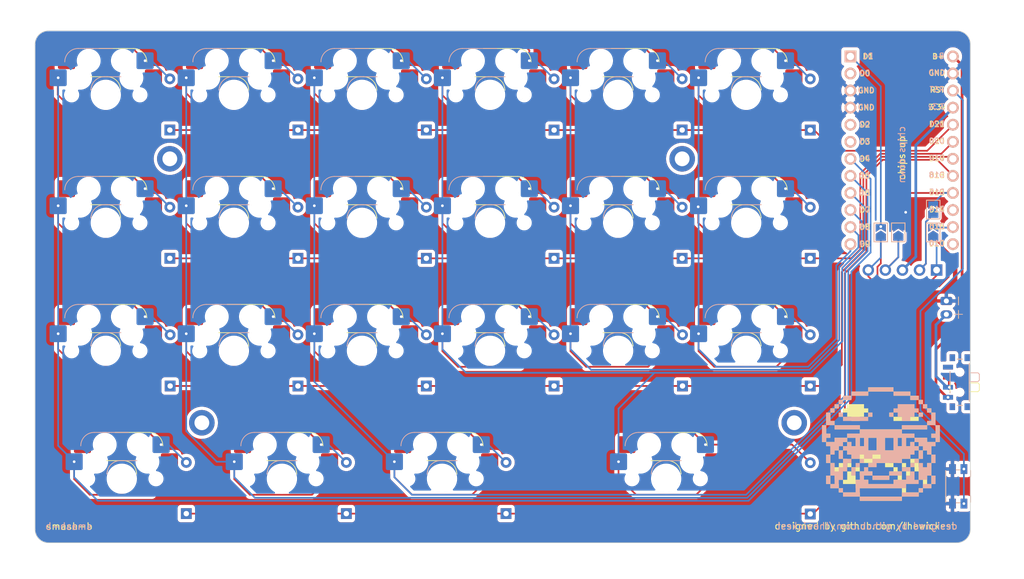
<source format=kicad_pcb>
(kicad_pcb (version 20221018) (generator pcbnew)
  (layers (0 "F.Cu" signal) (31 "B.Cu" signal) (34 "B.Paste" user) (35 "F.Paste" user) (36 "B.SilkS" user "B.Silkscreen") (37 "F.SilkS" user "F.Silkscreen") (38 "B.Mask" user) (39 "F.Mask" user) (44 "Edge.Cuts" user))
  (net 0 "")
  (net 1 "Row1")
  (net 2 "Net-(D1-A)")
  (net 3 "Net-(D2-A)")
  (net 4 "Net-(D3-A)")
  (net 5 "Net-(D4-A)")
  (net 6 "Net-(D5-A)")
  (net 7 "Net-(D6-A)")
  (net 8 "Row2")
  (net 9 "Net-(D7-A)")
  (net 10 "Net-(D8-A)")
  (net 11 "Net-(D9-A)")
  (net 12 "Net-(D10-A)")
  (net 13 "Net-(D11-A)")
  (net 14 "Net-(D12-A)")
  (net 15 "Row3")
  (net 16 "Net-(D13-A)")
  (net 17 "Net-(D14-A)")
  (net 18 "Net-(D15-A)")
  (net 19 "Net-(D16-A)")
  (net 20 "Net-(D17-A)")
  (net 21 "Net-(D18-A)")
  (net 22 "Row4")
  (net 23 "Net-(D19-A)")
  (net 24 "Net-(D20-A)")
  (net 25 "Column1")
  (net 26 "Column2")
  (net 27 "Column3")
  (net 28 "Column4")
  (net 29 "Column5")
  (net 30 "Column6")
  (net 31 "Net-(JST1-VCC)")
  (net 32 "VCC")
  (net 36 "Net-(D21-A)")
  (net 37 "Net-(D22-A)")
  (net 38 "CS")
  (net 39 "SCK")
  (net 41 "MOSI")
  (net 43 "Net-(J1-CS)")
  (net 44 "Net-(J1-GND)")
  (net 45 "Net-(J1-SCK)")
  (net 46 "Net-(J1-MOSI)")
  (net 47 "RST")
  (net 48 "B+")
  (net 50 "unconnected-(SW3-A-Pad1)")
  (net 51 "GND")
  (footprint "MountingHole:MountingHole_2.2mm_M2_DIN965_Pad" (layer "F.Cu") (at 194.6275 112.633125)
    (fp_text reference "REF**" hide)
    (fp_text value "MountingHole_2.2mm_M2_DIN965_Pad" hide)
  )
  (footprint "ScottoKeebs_Hotswap:Hotswap_MX" (layer "F.Cu") (at 92.23375 63.8175)
    (fp_text reference "S1" hide)
    (fp_text value "Keyswitch")
  )
  (footprint "Jumper:SolderJumper-2_P1.3mm_Open_TrianglePad1.0x1.5mm" (layer "F.Cu") (at 215.3 80.9 90)
    (fp_text reference "JP2" hide)
    (fp_text value "SolderJumper_2_Open" hide)
  )
  (footprint "ScottoKeebs_Hotswap:Hotswap_MX" (layer "F.Cu") (at 130.33375 63.8175)
    (fp_text reference "S3" hide)
    (fp_text value "Keyswitch")
  )
  (footprint "Jumper:SolderJumper-2_P1.3mm_Open_TrianglePad1.0x1.5mm" (layer "F.Cu") (at 207.5 84.3 90)
    (fp_text reference "JP1" hide)
    (fp_text value "SolderJumper_2_Open" hide)
  )
  (footprint "ScottoKeebs_Hotswap:Hotswap_MX" (layer "F.Cu") (at 175.5775 120.9675)
    (fp_text reference "S22" hide)
    (fp_text value "Keyswitch")
  )
  (footprint "ScottoKeebs_Hotswap:Hotswap_MX" (layer "F.Cu") (at 187.48375 82.8675)
    (fp_text reference "S12" hide)
    (fp_text value "Keyswitch")
  )
  (footprint "Jumper:SolderJumper-2_P1.3mm_Open_TrianglePad1.0x1.5mm" (layer "F.Cu") (at 215.3 84.3 90)
    (fp_text reference "JP5" hide)
    (fp_text value "SolderJumper_2_Open" hide)
  )
  (footprint "ScottoKeebs_Hotswap:Hotswap_MX" (layer "F.Cu") (at 130.33375 82.8675)
    (fp_text reference "S9" hide)
    (fp_text value "Keyswitch")
  )
  (footprint "ScottoKeebs_Hotswap:Hotswap_MX" (layer "F.Cu") (at 111.28375 101.9175)
    (fp_text reference "S14" hide)
    (fp_text value "Keyswitch")
  )
  (footprint "ScottoKeebs_Hotswap:Hotswap_MX" (layer "F.Cu") (at 94.615 120.9675)
    (fp_text reference "S19" hide)
    (fp_text value "Keyswitch")
  )
  (footprint "ScottoKeebs_Hotswap:Hotswap_MX" (layer "F.Cu") (at 92.23375 82.8675)
    (fp_text reference "S7" hide)
    (fp_text value "Keyswitch")
  )
  (footprint "ScottoKeebs_Hotswap:Hotswap_MX" (layer "F.Cu") (at 111.28375 63.8175)
    (fp_text reference "S2" hide)
    (fp_text value "Keyswitch")
  )
  (footprint "ScottoKeebs_Hotswap:Hotswap_MX" (layer "F.Cu") (at 149.38375 82.8675)
    (fp_text reference "S10" hide)
    (fp_text value "Keyswitch")
  )
  (footprint "Button_Switch_SMD:Panasonic_EVQPUK_EVQPUB" (layer "F.Cu") (at 219.00875 122.0925 -90)
    (fp_text reference "SW2" hide)
    (fp_text value "SW_Push" hide)
  )
  (footprint "Button_Switch_SMD:SW_SPDT_PCM12" (layer "F.Cu") (at 218.925 106.6 90)
    (fp_text reference "SW1" hide)
    (fp_text value "SW_SPDT")
  )
  (footprint "MountingHole:MountingHole_2.2mm_M2_DIN965_Pad" (layer "F.Cu") (at 177.95875 73.3425)
    (fp_text reference "REF**" hide)
    (fp_text value "MountingHole_2.2mm_M2_DIN965_Pad" hide)
  )
  (footprint "ScottoKeebs_Hotswap:Hotswap_MX" (layer "F.Cu") (at 118.4275 120.9675)
    (fp_text reference "S20" hide)
    (fp_text value "Keyswitch")
  )
  (footprint "ScottoKeebs_Hotswap:Hotswap_MX" (layer "F.Cu") (at 92.23375 101.9175)
    (fp_text reference "S13" hide)
    (fp_text value "Keyswitch")
  )
  (footprint "ScottoKeebs_Hotswap:Hotswap_MX" (layer "F.Cu") (at 168.43375 63.8175)
    (fp_text reference "S5" hide)
    (fp_text value "Keyswitch")
  )
  (footprint "Jumper:SolderJumper-2_P1.3mm_Open_TrianglePad1.0x1.5mm" (layer "F.Cu") (at 210.1 84.3 90)
    (fp_text reference "JP4" hide)
    (fp_text value "SolderJumper_2_Open" hide)
  )
  (footprint "Connector_JST:JST_PH_S2B-PH-K_1x02_P2.00mm_Horizontal" (layer "F.Cu") (at 217.25 94.5 -90)
    (fp_text reference "JST1" hide)
    (fp_text value "~")
  )
  (footprint "ScottoKeebs_Hotswap:Hotswap_MX" (layer "F.Cu") (at 187.48375 63.8175)
    (fp_text reference "S6" hide)
    (fp_text value "Keyswitch")
  )
  (footprint "ScottoKeebs_Hotswap:Hotswap_MX" (layer "F.Cu") (at 168.43375 101.9175)
    (fp_text reference "S17" hide)
    (fp_text value "Keyswitch")
  )
  (footprint "MountingHole:MountingHole_2.2mm_M2_DIN965_Pad" (layer "F.Cu") (at 106.52125 112.633125)
    (fp_text reference "REF**" hide)
    (fp_text value "MountingHole_2.2mm_M2_DIN965_Pad" hide)
  )
  (footprint "ScottoKeebs_Hotswap:Hotswap_MX" (layer "F.Cu") (at 149.38375 63.8175)
    (fp_text reference "S4" hide)
    (fp_text value "Keyswitch")
  )
  (footprint "MountingHole:MountingHole_2.2mm_M2_DIN965_Pad" (layer "F.Cu") (at 101.75875 73.3425)
    (fp_text reference "REF**" hide)
    (fp_text value "MountingHole_2.2mm_M2_DIN965_Pad" hide)
  )
  (footprint "ScottoKeebs_Hotswap:Hotswap_MX" (layer "F.Cu") (at 142.24 120.9675)
    (fp_text reference "S21" hide)
    (fp_text value "Keyswitch")
  )
  (footprint "ScottoKeebs_Hotswap:Hotswap_MX" (layer "F.Cu") (at 168.43375 82.8675)
    (fp_text reference "S11" hide)
    (fp_text value "Keyswitch")
  )
  (footprint "ScottoKeebs_Hotswap:Hotswap_MX" (layer "F.Cu") (at 149.38375 101.9175)
    (fp_text reference "S16" hide)
    (fp_text value "Keyswitch")
  )
  (footprint "ScottoKeebs_Components:OLED_128x32_Nice_View" (layer "F.Cu") (at 203.8 91.2 90)
    (fp_text reference "J1" hide)
    (fp_text value "OLED_128x32_Nice_View")
  )
  (footprint "ScottoKeebs_Hotswap:Hotswap_MX" (layer "F.Cu") (at 130.33375 101.9175)
    (fp_text reference "S15" hide)
    (fp_text value "Keyswitch")
  )
  (footprint "ScottoKeebs_Hotswap:Hotswap_MX" (layer "F.Cu") (at 111.28375 82.8675)
    (fp_text reference "S8" hide)
    (fp_text value "Keyswitch")
  )
  (footprint "ScottoKeebs_Hotswap:Hotswap_MX" (layer "F.Cu") (at 187.48375 101.9175)
    (fp_text reference "S18" hide)
    (fp_text value "Keyswitch")
  )
  (footprint "SmashBoardLibrary:SmashBoardLogo" (layer "F.Cu") (at 207.50875 115.4925)
    (fp_text reference "G***" hide)
    (fp_text value "LOGO" hide)
  )
  (footprint "ScottoKeebs_MCU:Nice_Nano_V2" (layer "F.Cu") (at 210.6 72.0725)
    (fp_text reference "U1" hide)
    (fp_text value "Nice_Nano_V2" hide)
  )
  (footprint "ScottoKeebs_Components:Diode_DO-35" (layer "B.Cu") (at 104.20875 126.15625 90)
    (fp_text reference "D19" hide)
    (fp_text value "Diode")
  )
  (footprint "ScottoKeebs_Hotswap:Hotswap_MX" (layer "B.Cu") (at 92.23375 101.9175 180)
    (fp_text reference "S35" hide)
    (fp_text value "Keyswitch")
  )
  (footprint "ScottoKeebs_Hotswap:Hotswap_MX" (layer "B.Cu") (at 92.23375 63.8175 180)
    (fp_text reference "S23" hide)
    (fp_text value "Keyswitch")
  )
  (footprint "ScottoKeebs_Components:Diode_DO-35" (layer "B.Cu") (at 139.90875 88.15625 90)
    (fp_text reference "D9" hide)
    (fp_text value "Diode")
  )
  (footprint "ScottoKeebs_Components:Diode_DO-35" (layer "B.Cu") (at 178.00875 107.15625 90)
    (fp_text reference "D17" hide)
    (fp_text value "Diode")
  )
  (footprint "ScottoKeebs_Components:Diode_DO-35" (layer "B.Cu") (at 197.00875 126.20625 90)
    (fp_text reference "D22" hide)
    (fp_text value "Diode")
  )
  (footprint "ScottoKeebs_Hotswap:Hotswap_MX" (layer "B.Cu") (at 149.38375 82.8675 180)
    (fp_text reference "S32" hide)
    (fp_text value "Keyswitch")
  )
  (footprint "ScottoKeebs_Components:Diode_DO-35" (layer "B.Cu") (at 197.00875 107.15625 90)
    (fp_text reference "D18" hide)
    (fp_text value "Diode")
  )
  (footprint "ScottoKeebs_Hotswap:Hotswap_MX" (layer "B.Cu") (at 187.48375 101.9175 180)
    (fp_text reference "S40" hide)
    (fp_text value "Keyswitch")
  )
  (footprint "Jumper:SolderJumper-2_P1.3mm_Open_TrianglePad1.0x1.5mm" (layer "B.Cu") (at 215.3 84.3 90)
    (fp_text reference "JP6" hide)
    (fp_text value "SolderJumper_2_Open" hide)
  )
  (footprint "ScottoKeebs_Hotswap:Hotswap_MX" (layer "B.Cu") (at 168.43375 101.9175 180)
    (fp_text reference "S39" hide)
    (fp_text value "Keyswitch")
  )
  (footprint "ScottoKeebs_Hotswap:Hotswap_MX" (layer "B.Cu") (at 118.4275 120.9675 180)
    (fp_text reference "S42" hide)
    (fp_text value "Keyswitch")
  )
  (footprint "ScottoKeebs_Hotswap:Hotswap_MX" (layer "B.Cu") (at 187.48375 82.8675 180)
    (fp_text reference "S34" hide)
    (fp_text value "Keyswitch")
  )
  (footprint "ScottoKeebs_Hotswap:Hotswap_MX" (layer "B.Cu") (at 92.23375 82.8675 180)
    (fp_text reference "S29" hide)
    (fp_text value "Keyswitch")
  )
  (footprint "ScottoKeebs_Components:Diode_DO-35" (layer "B.Cu") (at 120.80875 69.05625 90)
    (fp_text reference "D2" hide)
    (fp_text value "Diode")
  )
  (footprint "ScottoKeebs_Components:Diode_DO-35" (layer "B.Cu") (at 177.95875 69.05625 90)
    (fp_text reference "D5" hide)
    (fp_text value "Diode")
  )
  (footprint "Jumper:SolderJumper-2_P1.3mm_Open_TrianglePad1.0x1.5mm" (layer "B.Cu") (at 207.5 84.3 90)
    (fp_text reference "JP10" hide)
    (fp_text value "SolderJumper_2_Open" hide)
  )
  (footprint "ScottoKeebs_Hotswap:Hotswap_MX" (layer "B.Cu") (at 175.5775 120.9675 180)
    (fp_text reference "S44" hide)
    (fp_text value "Keyswitch")
  )
  (footprint "SmashBoardLibrary:SmashBoardLogo" (layer "B.Cu") (at 207.508748 115.4925 180)
    (fp_text reference "G***" hide)
    (fp_text value "LOGO" hide)
  )
  (footprint "ScottoKeebs_Hotswap:Hotswap_MX" (layer "B.Cu") (at 187.48375 63.8175 180)
    (fp_text reference "S28" hide)
    (fp_text value "Keyswitch")
  )
  (footprint "ScottoKeebs_Components:Diode_DO-35" (layer "B.Cu") (at 139.90875 107.15625 90)
    (fp_text reference "D15" hide)
    (fp_text value "Diode")
  )
  (footprint "ScottoKeebs_Hotswap:Hotswap_MX" (layer "B.Cu") (at 168.43375 82.8675 180)
    (fp_text reference "S33" hide)
    (fp_text value "Keyswitch")
  )
  (footprint "ScottoKeebs_Hotswap:Hotswap_MX" (layer "B.Cu") (at 111.28375 82.8675 180)
    (fp_text reference "S30" hide)
    (fp_text value "Keyswitch")
  )
  (footprint "Jumper:SolderJumper-2_P1.3mm_Open_TrianglePad1.0x1.5mm" (layer "B.Cu") (at 210.10875 84.2925 90)
    (fp_text reference "JP9" hide)
    (fp_text value "SolderJumper_2_Open" hide)
  )
  (footprint "ScottoKeebs_Components:Diode_DO-35" (layer "B.Cu") (at 151.765 126.15625 90)
    (fp_text reference "D21" hide)
    (fp_text value "Diode")
  )
  (footprint "ScottoKeebs_Components:Diode_DO-35" (layer "B.Cu") (at 120.80875 88.15625 90)
    (fp_text reference "D8" hide)
    (fp_text value "Diode")
  )
  (footprint "Button_Switch_SMD:Panasonic_EVQPUK_EVQPUB" (layer "B.Cu") (at 219.00875 122.0925 90)
    (fp_text reference "SW4" hide)
    (fp_text value "SW_Push" hide)
  )
  (footprint "ScottoKeebs_Hotswap:Hotswap_MX" (layer "B.Cu") (at 130.33375 101.9175 180)
    (fp_text reference "S37" hide)
    (fp_text value "Keyswitch")
  )
  (footprint "ScottoKeebs_Components:Diode_DO-35" (layer "B.Cu") (at 101.75875 69.05625 90)
    (fp_text reference "D1" hide)
    (fp_text value "Diode")
  )
  (footprint "Jumper:SolderJumper-2_P1.3mm_Open_TrianglePad1.0x1.5mm" (layer "B.Cu") (at 215.30875 80.8925 90)
    (fp_text reference "JP7" hide)
    (fp_text value "SolderJumper_2_Open" hide)
  )
  (footprint "ScottoKeebs_Hotswap:Hotswap_MX" (layer "B.Cu") (at 94.615 120.9675 180)
    (fp_text reference "S41" hide)
    (fp_text value "Keyswitch")
  )
  (footprint "ScottoKeebs_Components:Diode_DO-35" (layer "B.Cu") (at 158.90875 88.15625 90)
    (fp_text reference "D10" hide)
    (fp_text value "Diode")
  )
  (footprint "ScottoKeebs_Components:Diode_DO-35" (layer "B.Cu") (at 158.90875 107.15625 90)
    (fp_text reference "D16" hide)
    (fp_text value "Diode")
  )
  (footprint "ScottoKeebs_Components:Diode_DO-35" (layer "B.Cu") (at 128.00875 126.15625 90)
    (fp_text reference "D20" hide)
    (fp_text value "Diode")
  )
  (footprint "ScottoKeebs_Hotswap:Hotswap_MX" (layer "B.Cu") (at 111.28375 63.8175 180)
    (fp_text reference "S24" hide)
    (fp_text value "Keyswitch")
  )
  (footprint "ScottoKeebs_Components:Diode_DO-35" (layer "B.Cu") (at 120.80875 107.15625 90)
    (fp_text reference "D14" hide)
    (fp_text value "Diode")
  )
  (footprint "ScottoKeebs_Components:Diode_DO-35" (layer "B.Cu") (at 158.90875 69.06625 90)
    (fp_text reference "D4" hide)
    (fp_text value "Diode")
  )
  (footprint "ScottoKeebs_Hotswap:Hotswap_MX" (layer "B.Cu") (at 149.38375 63.8175 180)
    (fp_text reference "S26" hide)
    (fp_text value "Keyswitch")
  )
  (footprint "ScottoKeebs_Hotswap:Hotswap_MX" (layer "B.Cu") (at 168.43375 63.8175 180)
    (fp_text reference "S27" hide)
    (fp_text value "Keyswitch")
  )
  (footprint "ScottoKeebs_Components:Diode_DO-35" (layer "B.Cu") (at 197.00875 88.15625 90)
    (fp_text reference "D12" hide)
    (fp_text value "Diode")
  )
  (footprint "ScottoKeebs_Hotswap:Hotswap_MX" (layer "B.Cu") (at 142.24 120.9675 180)
    (fp_text reference "S43" hide)
    (fp_text value "Keyswitch")
  )
  (footprint "ScottoKeebs_Hotswap:Hotswap_MX" (layer "B.Cu") (at 130.33375 63.8175 180)
    (fp_text reference "S25" hide)
    (fp_text value "Keyswitch")
  )
  (footprint "ScottoKeebs_Hotswap:Hotswap_MX" (layer "B.Cu") (at 130.33375 82.8675 180)
    (fp_text reference "S31" hide)
    (fp_text value "Keyswitch")
  )
  (footprint "ScottoKeebs_Components:Diode_DO-35" (layer "B.Cu") (at 101.75875 88.15625 90)
    (fp_text reference "D7" hide)
    (fp_text value "Diode")
  )
  (footprint "Button_Switch_SMD:SW_SPDT_PCM12" (layer "B.Cu") (at 218.925 106.6 -90)
    (fp_text reference "SW3" hide)
    (fp_text value "SW_SPDT")
  )
  (footprint "ScottoKeebs_Hotswap:Hotswap_MX" (layer "B.Cu") (at 149.38375 101.9175 180)
    (fp_text reference "S38" hide)
    (fp_text value "Keyswitch")
  )
  (footprint "ScottoKeebs_Components:Diode_DO-35" (layer "B.Cu") (at 177.95875 88.15625 90)
    (fp_text reference "D11" hide)
    (fp_text value "Diode")
  )
  (footprint "ScottoKeebs_Components:Diode_DO-35" (layer "B.Cu") (at 197.00875 69.06625 90)
    (fp_text reference "D6" hide)
    (fp_text value "Diode")
  )
  (footprint "ScottoKeebs_Components:Diode_DO-35" (layer "B.Cu") (at 139.90875 69.05625 90)
    (fp_text reference "D3" hide)
    (fp_text value "Diode")
  )
  (footprint "ScottoKeebs_Hotswap:Hotswap_MX" (layer "B.Cu") (at 111.28375 101.9175 180)
    (fp_text reference "S36" hide)
    (fp_text value "Keyswitch")
  )
  (footprint "ScottoKeebs_Components:Diode_DO-35" (layer "B.Cu") (at 101.80875 107.15625 90)
    (fp_text reference "D13" hide)
    (fp_text value "Diode")
  )
  (gr_line (start 81.70875 128.4925) (end 81.70875 56.2925) (stroke (width 0.1)) (layer "Edge.Cuts"))
  (gr_arc (start 218.82125 54.2925) (mid 220.235496 54.878269) (end 220.82125 56.2925) (stroke (width 0.1)) (layer "Edge.Cuts"))
  (gr_line (start 218.82125 130.4925) (end 83.70875 130.4925) (stroke (width 0.1)) (layer "Edge.Cuts"))
  (gr_arc (start 81.70875 56.2925) (mid 82.294536 54.878286) (end 83.70875 54.2925) (stroke (width 0.1)) (layer "Edge.Cuts"))
  (gr_line (start 220.82125 56.2925) (end 220.82125 128.4925) (stroke (width 0.1)) (layer "Edge.Cuts"))
  (gr_line (start 83.70875 54.2925) (end 218.82125 54.2925) (stroke (width 0.1)) (layer "Edge.Cuts"))
  (gr_arc (start 220.82125 128.4925) (mid 220.235464 129.906714) (end 218.82125 130.4925) (stroke (width 0.1)) (layer "Edge.Cuts"))
  (gr_arc (start 83.70875 130.4925) (mid 82.294536 129.906714) (end 81.70875 128.4925) (stroke (width 0.1)) (layer "Edge.Cuts"))
  (gr_text "chips down" (at 211.2 68.4 90) (layer "B.SilkS") (effects (font (size 1 1)) (justify left bottom mirror)))
  (gr_text "designed by github.com/thewickest" (at 219 128.6) (layer "B.SilkS") (effects (font (size 1 1)) (justify left bottom mirror)))
  (gr_text "smash-b" (at 90.25875 128.6325) (layer "B.SilkS") (effects (font (size 1 1)) (justify left bottom mirror)))
  (gr_text "smash-b" (at 83.25875 128.6325) (layer "F.SilkS") (effects (font (size 1 1)) (justify left bottom)))
  (gr_text "chips up" (at 211.2 76.6 90) (layer "F.SilkS") (effects (font (size 1 1)) (justify left bottom)))
  (gr_text "designed by github.com/thewickest" (at 191.6 128.5875) (layer "F.SilkS") (effects (font (size 1 1)) (justify left bottom)))
  (segment (start 196.99875 69.05625) (end 197.00875 69.06625) (width 0.25) (layer "F.Cu") (net 1))
  (segment (start 197.584688 69.06625) (end 200.659638 72.1412) (width 0.25) (layer "F.Cu") (net 1))
  (segment (start 214.40255 72.1412) (end 218.28125 68.2625) (width 0.25) (layer "F.Cu") (net 1))
  (segment (start 101.75875 69.05625) (end 196.99875 69.05625) (width 0.25) (layer "F.Cu") (net 1))
  (segment (start 200.659638 72.1412) (end 214.40255 72.1412) (width 0.25) (layer "F.Cu") (net 1))
  (segment (start 197.00875 69.06625) (end 197.584688 69.06625) (width 0.25) (layer "F.Cu") (net 1))
  (segment (start 96.17575 56.8375) (end 88.29175 56.8375) (width 0.25) (layer "F.Cu") (net 2))
  (segment (start 88.29175 56.8375) (end 86.39175 58.7375) (width 0.25) (layer "F.Cu") (net 2))
  (segment (start 98.07575 58.7375) (end 96.17575 56.8375) (width 0.25) (layer "F.Cu") (net 2))
  (via (at 98.07575 58.7375) (size 0.8) (drill 0.4) (layers "F.Cu" "B.Cu") (net 2))
  (segment (start 98.07575 58.7375) (end 99.06 58.7375) (width 0.25) (layer "B.Cu") (net 2))
  (segment (start 99.06 58.7375) (end 101.75875 61.43625) (width 0.25) (layer "B.Cu") (net 2))
  (segment (start 117.12575 58.7375) (end 115.22575 56.8375) (width 0.25) (layer "F.Cu") (net 3))
  (segment (start 115.22575 56.8375) (end 107.34175 56.8375) (width 0.25) (layer "F.Cu") (net 3))
  (segment (start 107.34175 56.8375) (end 105.44175 58.7375) (width 0.25) (layer "F.Cu") (net 3))
  (via (at 117.12575 58.7375) (size 0.8) (drill 0.4) (layers "F.Cu" "B.Cu") (net 3))
  (segment (start 117.12575 58.7375) (end 118.11 58.7375) (width 0.25) (layer "B.Cu") (net 3))
  (segment (start 118.11 58.7375) (end 120.80875 61.43625) (width 0.25) (layer "B.Cu") (net 3))
  (segment (start 134.27575 56.8375) (end 126.39175 56.8375) (width 0.25) (layer "F.Cu") (net 4))
  (segment (start 136.17575 58.7375) (end 134.27575 56.8375) (width 0.25) (layer "F.Cu") (net 4))
  (segment (start 126.39175 56.8375) (end 124.49175 58.7375) (width 0.25) (layer "F.Cu") (net 4))
  (via (at 136.17575 58.7375) (size 0.8) (drill 0.4) (layers "F.Cu" "B.Cu") (net 4))
  (segment (start 136.17575 58.7375) (end 137.21 58.7375) (width 0.25) (layer "B.Cu") (net 4))
  (segment (start 137.21 58.7375) (end 139.90875 61.43625) (width 0.25) (layer "B.Cu") (net 4))
  (segment (start 155.22575 57.1894) (end 154.7101 56.67375) (width 0.25) (layer "F.Cu") (net 5))
  (segment (start 145.6055 56.67375) (end 143.54175 58.7375) (width 0.25) (layer "F.Cu") (net 5))
  (segment (start 155.22575 58.7375) (end 155.22575 57.1894) (width 0.25) (layer "F.Cu") (net 5))
  (segment (start 154.7101 56.67375) (end 145.6055 56.67375) (width 0.25) (layer "F.Cu") (net 5))
  (via (at 155.22575 58.7375) (size 0.8) (drill 0.4) (layers "F.Cu" "B.Cu") (net 5))
  (segment (start 156.2 58.7375) (end 158.90875 61.44625) (width 0.25) (layer "B.Cu") (net 5))
  (segment (start 155.22575 58.7375) (end 156.2 58.7375) (width 0.25) (layer "B.Cu") (net 5))
  (segment (start 172.37575 56.8375) (end 164.49175 56.8375) (width 0.25) (layer "F.Cu") (net 6))
  (segment (start 174.27575 58.7375) (end 172.37575 56.8375) (width 0.25) (layer "F.Cu") (net 6))
  (segment (start 164.49175 56.8375) (end 162.59175 58.7375) (width 0.25) (layer "F.Cu") (net 6))
  (via (at 174.27575 58.7375) (size 0.8) (drill 0.4) (layers "F.Cu" "B.Cu") (net 6))
  (segment (start 174.27575 58.7375) (end 175.26 58.7375) (width 0.25) (layer "B.Cu") (net 6))
  (segment (start 175.26 58.7375) (end 177.95875 61.43625) (width 0.25) (layer "B.Cu") (net 6))
  (segment (start 191.42575 56.8375) (end 183.54175 56.8375) (width 0.25) (layer "F.Cu") (net 7))
  (segment (start 183.54175 56.8375) (end 181.64175 58.7375) (width 0.25) (layer "F.Cu") (net 7))
  (segment (start 193.32575 58.7375) (end 191.42575 56.8375) (width 0.25) (layer "F.Cu") (net 7))
  (via (at 193.32575 58.7375) (size 0.8) (drill 0.4) (layers "F.Cu" "B.Cu") (net 7))
  (segment (start 193.32575 58.7375) (end 194.3 58.7375) (width 0.25) (layer "B.Cu") (net 7))
  (segment (start 194.3 58.7375) (end 197.00875 61.44625) (width 0.25) (layer "B.Cu") (net 7))
  (segment (start 203.095 88.15625) (end 204.45875 86.7925) (width 0.25) (layer "F.Cu") (net 8))
  (segment (start 204.45875 86.7925) (end 204.45875 75.5425) (width 0.25) (layer "F.Cu") (net 8))
  (segment (start 207.41005 72.5912) (end 216.49255 72.5912) (width 0.25) (layer "F.Cu") (net 8))
  (segment (start 101.75875 88.15625) (end 197.00875 88.15625) (width 0.25) (layer "F.Cu") (net 8))
  (segment (start 204.45875 75.5425) (end 207.41005 72.5912) (width 0.25) (layer "F.Cu") (net 8))
  (segment (start 197.00875 88.15625) (end 203.095 88.15625) (width 0.25) (layer "F.Cu") (net 8))
  (segment (start 216.49255 72.5912) (end 218.28125 70.8025) (width 0.25) (layer "F.Cu") (net 8))
  (segment (start 98.07575 77.7875) (end 96.17575 75.8875) (width 0.25) (layer "F.Cu") (net 9))
  (segment (start 96.17575 75.8875) (end 88.29175 75.8875) (width 0.25) (layer "F.Cu") (net 9))
  (segment (start 88.29175 75.8875) (end 86.39175 77.7875) (width 0.25) (layer "F.Cu") (net 9))
  (via (at 98.07575 77.7875) (size 0.8) (drill 0.4) (layers "F.Cu" "B.Cu") (net 9))
  (segment (start 99.01 77.7875) (end 101.75875 80.53625) (width 0.25) (layer "B.Cu") (net 9))
  (segment (start 98.07575 77.7875) (end 99.01 77.7875) (width 0.25) (layer "B.Cu") (net 9))
  (segment (start 107.34175 75.8875) (end 105.44175 77.7875) (width 0.25) (layer "F.Cu") (net 10))
  (segment (start 117.12575 77.7875) (end 115.22575 75.8875) (width 0.25) (layer "F.Cu") (net 10))
  (segment (start 115.22575 75.8875) (end 107.34175 75.8875) (width 0.25) (layer "F.Cu") (net 10))
  (via (at 117.12575 77.7875) (size 0.8) (drill 0.4) (layers "F.Cu" "B.Cu") (net 10))
  (segment (start 118.06 77.7875) (end 120.80875 80.53625) (width 0.25) (layer "B.Cu") (net 10))
  (segment (start 117.12575 77.7875) (end 118.06 77.7875) (width 0.25) (layer "B.Cu") (net 10))
  (segment (start 126.39175 75.8875) (end 124.49175 77.7875) (width 0.25) (layer "F.Cu") (net 11))
  (segment (start 136.17575 77.7875) (end 134.27575 75.8875) (width 0.25) (layer "F.Cu") (net 11))
  (segment (start 134.27575 75.8875) (end 126.39175 75.8875) (width 0.25) (layer "F.Cu") (net 11))
  (via (at 136.17575 77.7875) (size 0.8) (drill 0.4) (layers "F.Cu" "B.Cu") (net 11))
  (segment (start 137.16 77.7875) (end 139.90875 80.53625) (width 0.25) (layer "B.Cu") (net 11))
  (segment (start 136.17575 77.7875) (end 137.16 77.7875) (width 0.25) (layer "B.Cu") (net 11))
  (segment (start 153.32575 75.8875) (end 145.44175 75.8875) (width 0.25) (layer "F.Cu") (net 12))
  (segment (start 155.22575 77.7875) (end 153.32575 75.8875) (width 0.25) (layer "F.Cu") (net 12))
  (segment (start 145.44175 75.8875) (end 143.54175 77.7875) (width 0.25) (layer "F.Cu") (net 12))
  (via (at 155.22575 77.7875) (size 0.8) (drill 0.4) (layers "F.Cu" "B.Cu") (net 12))
  (segment (start 156.16 77.7875) (end 158.90875 80.53625) (width 0.25) (layer "B.Cu") (net 12))
  (segment (start 155.22575 77.7875) (end 156.16 77.7875) (width 0.25) (layer "B.Cu") (net 12))
  (segment (start 172.37575 75.8875) (end 164.49175 75.8875) (width 0.25) (layer "F.Cu") (net 13))
  (segment (start 174.27575 77.7875) (end 172.37575 75.8875) (width 0.25) (layer "F.Cu") (net 13))
  (segment (start 164.49175 75.8875) (end 162.59175 77.7875) (width 0.25) (layer "F.Cu") (net 13))
  (via (at 174.27575 77.7875) (size 0.8) (drill 0.4) (layers "F.Cu" "B.Cu") (net 13))
  (segment (start 174.27575 77.7875) (end 175.21 77.7875) (width 0.25) (layer "B.Cu") (net 13))
  (segment (start 175.21 77.7875) (end 177.95875 80.53625) (width 0.25) (layer "B.Cu") (net 13))
  (segment (start 183.54175 75.8875) (end 181.64175 77.7875) (width 0.25) (layer "F.Cu") (net 14))
  (segment (start 193.32575 77.7875) (end 191.42575 75.8875) (width 0.25) (layer "F.Cu") (net 14))
  (segment (start 191.42575 75.8875) (end 183.54175 75.8875) (width 0.25) (layer "F.Cu") (net 14))
  (via (at 193.32575 77.7875) (size 0.8) (drill 0.4) (layers "F.Cu" "B.Cu") (net 14))
  (segment (start 194.26 77.7875) (end 197.00875 80.53625) (width 0.25) (layer "B.Cu") (net 14))
  (segment (start 193.32575 77.7875) (end 194.26 77.7875) (width 0.25) (layer "B.Cu") (net 14))
  (segment (start 217.98125 73.0425) (end 218.28125 73.3425) (width 0.25) (layer "F.Cu") (net 15))
  (segment (start 198.545 107.15625) (end 201.70875 103.9925) (width 0.25) (layer "F.Cu") (net 15))
  (segment (start 204.90875 75.728896) (end 207.595146 73.0425) (width 0.25) (layer "F.Cu") (net 15))
  (segment (start 201.70875 90.178896) (end 204.90875 86.978896) (width 0.25) (layer "F.Cu") (net 15))
  (segment (start 207.595146 73.0425) (end 217.98125 73.0425) (width 0.25) (layer "F.Cu") (net 15))
  (segment (start 197.00875 107.15625) (end 198.545 107.15625) (width 0.25) (layer "F.Cu") (net 15))
  (segment (start 101.80875 107.15625) (end 197.00875 107.15625) (width 0.25) (layer "F.Cu") (net 15))
  (segment (start 204.90875 86.978896) (end 204.90875 75.728896) (width 0.25) (layer "F.Cu") (net 15))
  (segment (start 201.70875 103.9925) (end 201.70875 90.178896) (width 0.25) (layer "F.Cu") (net 15))
  (segment (start 98.07575 96.8375) (end 96.17575 94.9375) (width 0.25) (layer "F.Cu") (net 16))
  (segment (start 88.29175 94.9375) (end 86.39175 96.8375) (width 0.25) (layer "F.Cu") (net 16))
  (segment (start 96.17575 94.9375) (end 88.29175 94.9375) (width 0.25) (layer "F.Cu") (net 16))
  (via (at 98.07575 96.8375) (size 0.8) (drill 0.4) (layers "F.Cu" "B.Cu") (net 16))
  (segment (start 99.11 96.8375) (end 101.80875 99.53625) (width 0.25) (layer "B.Cu") (net 16))
  (segment (start 98.07575 96.8375) (end 99.11 96.8375) (width 0.25) (layer "B.Cu") (net 16))
  (segment (start 107.34175 94.9375) (end 105.44175 96.8375) (width 0.25) (layer "F.Cu") (net 17))
  (segment (start 117.12575 96.8375) (end 115.22575 94.9375) (width 0.25) (layer "F.Cu") (net 17))
  (segment (start 115.22575 94.9375) (end 107.34175 94.9375) (width 0.25) (layer "F.Cu") (net 17))
  (via (at 117.12575 96.8375) (size 0.8) (drill 0.4) (layers "F.Cu" "B.Cu") (net 17))
  (segment (start 117.12575 96.8375) (end 118.11 96.8375) (width 0.25) (layer "B.Cu") (net 17))
  (segment (start 118.11 96.8375) (end 120.80875 99.53625) (width 0.25) (layer "B.Cu") (net 17))
  (segment (start 136.17575 96.8375) (end 134.27575 94.9375) (width 0.25) (layer "F.Cu") (net 18))
  (segment (start 126.39175 94.9375) (end 124.49175 96.8375) (width 0.25) (layer "F.Cu") (net 18))
  (segment (start 134.27575 94.9375) (end 126.39175 94.9375) (width 0.25) (layer "F.Cu") (net 18))
  (via (at 136.17575 96.8375) (size 0.8) (drill 0.4) (layers "F.Cu" "B.Cu") (net 18))
  (segment (start 137.21 96.8375) (end 139.90875 99.53625) (width 0.25) (layer "B.Cu") (net 18))
  (segment (start 136.17575 96.8375) (end 137.21 96.8375) (width 0.25) (layer "B.Cu") (net 18))
  (segment (start 155.22575 96.8375) (end 153.32575 94.9375) (width 0.25) (layer "F.Cu") (net 19))
  (segment (start 145.44175 94.9375) (end 143.54175 96.8375) (width 0.25) (layer "F.Cu") (net 19))
  (segment (start 153.32575 94.9375) (end 145.44175 94.9375) (width 0.25) (layer "F.Cu") (net 19))
  (via (at 155.22575 96.8375) (size 0.8) (drill 0.4) (layers "F.Cu" "B.Cu") (net 19))
  (segment (start 156.21 96.8375) (end 158.90875 99.53625) (width 0.25) (layer "B.Cu") (net 19))
  (segment (start 155.22575 96.8375) (end 156.21 96.8375) (width 0.25) (layer "B.Cu") (net 19))
  (segment (start 172.37575 94.9375) (end 164.49175 94.9375) (width 0.25) (layer "F.Cu") (net 20))
  (segment (start 174.27575 96.8375) (end 172.37575 94.9375) (width 0.25) (layer "F.Cu") (net 20))
  (segment (start 164.49175 94.9375) (end 162.59175 96.8375) (width 0.25) (layer "F.Cu") (net 20))
  (via (at 174.27575 96.8375) (size 0.8) (drill 0.4) (layers "F.Cu" "B.Cu") (net 20))
  (segment (start 175.31 96.8375) (end 178.00875 99.53625) (width 0.25) (layer "B.Cu") (net 20))
  (segment (start 174.27575 96.8375) (end 175.31 96.8375) (width 0.25) (layer "B.Cu") (net 20))
  (segment (start 193.32575 96.8375) (end 191.42575 94.9375) (width 0.25) (layer "F.Cu") (net 21))
  (segment (start 191.42575 94.9375) (end 183.54175 94.9375) (width 0.25) (layer "F.Cu") (net 21))
  (segment (start 183.54175 94.9375) (end 181.64175 96.8375) (width 0.25) (layer "F.Cu") (net 21))
  (via (at 193.32575 96.8375) (size 0.8) (drill 0.4) (layers "F.Cu" "B.Cu") (net 21))
  (segment (start 193.32575 96.8375) (end 194.31 96.8375) (width 0.25) (layer "B.Cu") (net 21))
  (segment (start 194.31 96.8375) (end 197.00875 99.53625) (width 0.25) (layer "B.Cu") (net 21))
  (segment (start 205.35875 75.915292) (end 207.781542 73.4925) (width 0.25) (layer "F.Cu") (net 22))
  (segment (start 104.20875 126.15625) (end 197.44875 126.15625) (width 0.25) (layer "F.Cu") (net 22))
  (segment (start 215.89125 73.4925) (end 218.28125 75.8825) (width 0.25) (layer "F.Cu") (net 22))
  (segment (start 202.15875 121.44625) (end 202.15875 90.365292) (width 0.25) (layer "F.Cu") (net 22))
  (segment (start 202.15875 90.365292) (end 205.35875 87.165292) (width 0.25) (layer "F.Cu") (net 22))
  (segment (start 205.35875 87.165292) (end 205.35875 75.915292) (width 0.25) (layer "F.Cu") (net 22))
  (segment (start 207.781542 73.4925) (end 215.89125 73.4925) (width 0.25) (layer "F.Cu") (net 22))
  (segment (start 197.44875 126.15625) (end 202.15875 121.44625) (width 0.25) (layer "F.Cu") (net 22))
  (segment (start 218.28125 75.8825) (end 217.86875 75.8825) (width 0.25) (layer "F.Cu") (net 22))
  (segment (start 100.457 115.8875) (end 98.557 113.9875) (width 0.25) (layer "F.Cu") (net 23))
  (segment (start 90.673 113.9875) (end 88.773 115.8875) (width 0.25) (layer "F.Cu") (net 23))
  (segment (start 98.557 113.9875) (end 90.673 113.9875) (width 0.25) (layer "F.Cu") (net 23))
  (via (at 100.457 115.8875) (size 0.8) (drill 0.4) (layers "F.Cu" "B.Cu") (net 23))
  (segment (start 101.56 115.8875) (end 104.20875 118.53625) (width 0.25) (layer "B.Cu") (net 23))
  (segment (start 100.457 115.8875) (end 101.56 115.8875) (width 0.25) (layer "B.Cu") (net 23))
  (segment (start 114.4855 113.9875) (end 112.5855 115.8875) (width 0.25) (layer "F.Cu") (net 24))
  (segment (start 122.3695 113.9875) (end 114.4855 113.9875) (width 0.25) (layer "F.Cu") (net 24))
  (segment (start 124.2695 115.8875) (end 122.3695 113.9875) (width 0.25) (layer "F.Cu") (net 24))
  (via (at 124.2695 115.8875) (size 0.8) (drill 0.4) (layers "F.Cu" "B.Cu") (net 24))
  (segment (start 124.2695 115.8875) (end 125.36 115.8875) (width 0.25) (layer "B.Cu") (net 24))
  (segment (start 125.36 115.8875) (end 128.00875 118.53625) (width 0.25) (layer "B.Cu") (net 24))
  (segment (start 99.31875 101.680267) (end 96.706517 104.2925) (width 0.25) (layer "F.Cu") (net 25))
  (segment (start 87.47125 66.19875) (end 85.09 63.8175) (width 0.25) (layer "F.Cu") (net 25))
  (segment (start 101.7 120.730267) (end 99.081517 123.34875) (width 0.25) (layer "F.Cu") (net 25))
  (segment (start 87.760983 104.2925) (end 85.14875 101.680267) (width 0.25) (layer "F.Cu") (net 25))
  (segment (start 85.09 63.8175) (end 85.09 61.43625) (width 0.25) (layer "F.Cu") (net 25))
  (segment (start 101.7 118.4275) (end 101.7 120.730267) (width 0.25) (layer "F.Cu") (net 25))
  (segment (start 99.31875 61.2775) (end 99.31875 63.580267) (width 0.25) (layer "F.Cu") (net 25))
  (segment (start 96.706517 104.2925) (end 87.760983 104.2925) (width 0.25) (layer "F.Cu") (net 25))
  (segment (start 96.700267 85.24875) (end 87.47125 85.24875) (width 0.25) (layer "F.Cu") (net 25))
  (segment (start 85.14875 101.680267) (end 85.14875 99.3775) (width 0.25) (layer "F.Cu") (net 25))
  (segment (start 96.700267 66.19875) (end 87.47125 66.19875) (width 0.25) (layer "F.Cu") (net 25))
  (segment (start 99.081517 123.34875) (end 89.8525 123.34875) (width 0.25) (layer "F.Cu") (net 25))
  (segment (start 85.14875 82.92625) (end 85.14875 80.3275) (width 0.25) (layer "F.Cu") (net 25))
  (segment (start 99.31875 80.3275) (end 99.31875 82.630267) (width 0.25) (layer "F.Cu") (net 25))
  (segment (start 99.31875 99.3775) (end 99.31875 101.680267) (width 0.25) (layer "F.Cu") (net 25))
  (segment (start 89.8525 123.34875) (end 87.53 121.02625) (width 0.25) (layer "F.Cu") (net 25))
  (segment (start 99.31875 63.580267) (end 96.700267 66.19875) (width 0.25) (layer "F.Cu") (net 25))
  (segment (start 99.31875 82.630267) (end 96.700267 85.24875) (width 0.25) (layer "F.Cu") (net 25))
  (segment (start 87.47125 85.24875) (end 85.14875 82.92625) (width 0.25) (layer "F.Cu") (net 25))
  (segment (start 87.53 121.02625) (end 87.53 118.4275) (width 0.25) (layer "F.Cu") (net 25))
  (via (at 85.14875 61.2775) (size 0.8) (drill 0.4) (layers "F.Cu" "B.Cu") (net 25))
  (via (at 87.53 118.4275) (size 0.8) (drill 0.4) (layers "F.Cu" "B.Cu") (net 25))
  (via (at 85.14875 80.3275) (size 0.8) (drill 0.4) (layers "F.Cu" "B.Cu") (net 25))
  (via (at 85.14875 99.3775) (size 0.8) (drill 0.4) (layers "F.Cu" "B.Cu") (net 25))
  (segment (start 205.9813 76.3438) (end 202.98 73.3425) (width 0.25) (layer "B.Cu") (net 25))
  (segment (start 187.829042 124.24875) (end 203.12125 108.956542) (width 0.25) (layer "B.Cu") (net 25))
  (segment (start 85.14875 116.04625) (end 87.53 118.4275) (width 0.25) (layer "B.Cu") (net 25))
  (segment (start 205.9813 87.285679) (end 205.9813 76.3438) (width 0.25) (layer "B.Cu") (net 25))
  (segment (start 203.12125 108.956542) (end 203.12125 90.145729) (width 0.25) (layer "B.Cu") (net 25))
  (segment (start 87.53 118.4275) (end 87.53 120.730267) (width 0.25) (layer "B.Cu") (net 25))
  (segment (start 87.53 120.730267) (end 91.048483 124.24875) (width 0.25) (layer "B.Cu") (net 25))
  (segment (start 85.14875 61.2775) (end 85.14875 116.04625) (width 0.25) (layer "B.Cu") (net 25))
  (segment (start 203.12125 90.145729) (end 205.9813 87.285679) (width 0.25) (layer "B.Cu") (net 25))
  (segment (start 91.048483 124.24875) (end 187.829042 124.24875) (width 0.25) (layer "B.Cu") (net 25))
  (segment (start 115.750267 104.29875) (end 106.52125 104.29875) (width 0.25) (layer "F.Cu") (net 26))
  (segment (start 118.36875 63.87625) (end 118.36875 61.2775) (width 0.25) (layer "F.Cu") (net 26))
  (segment (start 111.3425 121.02625) (end 111.3425 118.4275) (width 0.25) (layer "F.Cu") (net 26))
  (segment (start 113.665 123.34875) (end 111.3425 121.02625) (width 0.25) (layer "F.Cu") (net 26))
  (segment (start 106.817233 66.19875) (end 116.04625 66.19875) (width 0.25) (layer "F.Cu") (net 26))
  (segment (start 122.894017 123.34875) (end 113.665 123.34875) (width 0.25) (layer "F.Cu") (net 26))
  (segment (start 116.04625 66.19875) (end 118.36875 63.87625) (width 0.25) (layer "F.Cu") (net 26))
  (segment (start 125.5125 118.4275) (end 125.5125 120.730267) (width 0.25) (layer "F.Cu") (net 26))
  (segment (start 104.19875 101.97625) (end 104.19875 99.3775) (width 0.25) (layer "F.Cu") (net 26))
  (segment (start 115.750267 85.24875) (end 106.52125 85.24875) (width 0.25) (layer "F.Cu") (net 26))
  (segment (start 106.52125 104.29875) (end 104.19875 101.97625) (width 0.25) (layer "F.Cu") (net 26))
  (segment (start 106.52125 85.24875) (end 104.19875 82.92625) (width 0.25) (layer "F.Cu") (net 26))
  (segment (start 125.5125 120.730267) (end 122.894017 123.34875) (width 0.25) (layer "F.Cu") (net 26))
  (segment (start 118.36875 82.630267) (end 115.750267 85.24875) (width 0.25) (layer "F.Cu") (net 26))
  (segment (start 104.19875 61.2775) (end 104.19875 63.580267) (width 0.25) (layer "F.Cu") (net 26))
  (segment (start 104.19875 63.580267) (end 106.817233 66.19875) (width 0.25) (layer "F.Cu") (net 26))
  (segment (start 104.19875 82.92625) (end 104.19875 80.3275) (width 0.25) (layer "F.Cu") (net 26))
  (segment (start 118.36875 80.3275) (end 118.36875 82.630267) (width 0.25) (layer "F.Cu") (net 26))
  (segment (start 118.36875 99.3775) (end 118.36875 101.680267) (width 0.25) (layer "F.Cu") (net 26))
  (segment (start 118.36875 101.680267) (end 115.750267 104.29875) (width 0.25) (layer "F.Cu") (net 26))
  (via (at 104.19875 61.2775) (size 0.8) (drill 0.4) (layers "F.Cu" "B.Cu") (net 26))
  (via (at 104.19875 80.3275) (size 0.8) (drill 0.4) (layers "F.Cu" "B.Cu") (net 26))
  (via (at 111.3425 118.4275) (size 0.8) (drill 0.4) (layers "F.Cu" "B.Cu") (net 26))
  (via (at 104.19875 99.3775) (size 0.8) (drill 0.4) (layers "F.Cu" "B.Cu") (net 26))
  (segment (start 205.5313 78.4338) (end 202.98 75.8825) (width 0.25) (layer "B.Cu") (net 26))
  (segment (start 104.19875 113.8825) (end 108.74375 118.4275) (width 0.25) (layer "B.Cu") (net 26))
  (segment (start 111.3425 118.4275) (end 111.3425 120.730267) (width 0.25) (layer "B.Cu") (net 26))
  (segment (start 114.410983 123.79875) (end 187.642646 123.79875) (width 0.25) (layer "B.Cu") (net 26))
  (segment (start 111.3425 120.730267) (end 114.410983 123.79875) (width 0.25) (layer "B.Cu") (net 26))
  (segment (start 187.642646 123.79875) (end 202.67125 108.770146) (width 0.25) (layer "B.Cu") (net 26))
  (segment (start 202.67125 89.959333) (end 205.5313 87.099283) (width 0.25) (layer "B.Cu") (net 26))
  (segment (start 104.19875 61.2775) (end 104.19875 113.8825) (width 0.25) (layer "B.Cu") (net 26))
  (segment (start 108.74375 118.4275) (end 111.3425 118.4275) (width 0.25) (layer "B.Cu") (net 26))
  (segment (start 202.67125 108.770146) (end 202.67125 89.959333) (width 0.25) (layer "B.Cu") (net 26))
  (segment (start 205.5313 87.099283) (end 205.5313 78.4338) (width 0.25) (layer "B.Cu") (net 26))
  (segment (start 146.706517 123.34875) (end 137.773483 123.34875) (width 0.25) (layer "F.Cu") (net 27))
  (segment (start 137.41875 80.3275) (end 137.41875 82.630267) (width 0.25) (layer "F.Cu") (net 27))
  (segment (start 125.867233 66.19875) (end 123.24875 63.580267) (width 0.25) (layer "F.Cu") (net 27))
  (segment (start 149.325 118.4275) (end 149.325 120.730267) (width 0.25) (layer "F.Cu") (net 27))
  (segment (start 134.800267 66.19875) (end 125.867233 66.19875) (width 0.25) (layer "F.Cu") (net 27))
  (segment (start 137.41875 99.3775) (end 137.41875 101.680267) (width 0.25) (layer "F.Cu") (net 27))
  (segment (start 125.565 104.2925) (end 123.24875 101.97625) (width 0.25) (layer "F.Cu") (net 27))
  (segment (start 137.41875 82.630267) (end 134.800267 85.24875) (width 0.25) (layer "F.Cu") (net 27))
  (segment (start 149.325 120.730267) (end 146.706517 123.34875) (width 0.25) (layer "F.Cu") (net 27))
  (segment (start 125.57125 85.24875) (end 123.24875 82.92625) (width 0.25) (layer "F.Cu") (net 27))
  (segment (start 135.155 120.730267) (end 135.155 118.4275) (width 0.25) (layer "F.Cu") (net 27))
  (segment (start 134.806517 104.2925) (end 125.565 104.2925) (width 0.25) (layer "F.Cu") (net 27))
  (segment (start 123.24875 101.97625) (end 123.24875 99.3775) (width 0.25) (layer "F.Cu") (net 27))
  (segment (start 134.800267 85.24875) (end 125.57125 85.24875) (width 0.25) (layer "F.Cu") (net 27))
  (segment (start 137.773483 123.34875) (end 135.155 120.730267) (width 0.25) (layer "F.Cu") (net 27))
  (segment (start 123.24875 82.92625) (end 123.24875 80.3275) (width 0.25) (layer "F.Cu") (net 27))
  (segment (start 137.41875 101.680267) (end 134.806517 104.2925) (width 0.25) (layer "F.Cu") (net 27))
  (segment (start 137.41875 61.2775) (end 137.41875 63.580267) (width 0.25) (layer "F.Cu") (net 27))
  (segment (start 123.24875 63.580267) (end 123.24875 61.2775) (width 0.25) (layer "F.Cu") (net 27))
  (segment (start 137.41875 63.580267) (end 134.800267 66.19875) (width 0.25) (layer "F.Cu") (net 27))
  (via (at 123.24875 99.3775) (size 0.8) (drill 0.4) (layers "F.Cu" "B.Cu") (net 27))
  (via (at 123.24875 61.2775) (size 0.8) (drill 0.4) (layers "F.Cu" "B.Cu") (net 27))
  (via (at 135.155 118.4275) (size 0.8) (drill 0.4) (layers "F.Cu" "B.Cu") (net 27))
  (via (at 123.24875 80.3275) (size 0.8) (drill 0.4) (layers "F.Cu" "B.Cu") (net 27))
  (segment (start 135.155 120.730267) (end 137.773483 123.34875) (width 0.25) (layer "B.Cu") (net 27))
  (segment (start 202.22125 89.772937) (end 205.0813 86.912887) (width 0.25) (layer "B.Cu") (net 27))
  (segment (start 123.24875 61.2775) (end 123.24875 106.52125) (width 0.25) (layer "B.Cu") (net 27))
  (segment (start 202.22125 108.58375) (end 202.22125 89.772937) (width 0.25) (layer "B.Cu") (net 27))
  (segment (start 205.0813 80.5238) (end 202.98 78.4225) (width 0.25) (layer "B.Cu") (net 27))
  (segment (start 123.24875 106.52125) (end 135.155 118.4275) (width 0.25) (layer "B.Cu") (net 27))
  (segment (start 187.45625 123.34875) (end 202.22125 108.58375) (width 0.25) (layer "B.Cu") (net 27))
  (segment (start 137.773483 123.34875) (end 187.45625 123.34875) (width 0.25) (layer "B.Cu") (net 27))
  (segment (start 205.0813 86.912887) (end 205.0813 80.5238) (width 0.25) (layer "B.Cu") (net 27))
  (segment (start 135.155 118.4275) (end 135.155 120.730267) (width 0.25) (layer "B.Cu") (net 27))
  (segment (start 156.46875 82.630267) (end 153.850267 85.24875) (width 0.25) (layer "F.Cu") (net 28))
  (segment (start 142.29875 101.97625) (end 142.29875 99.3775) (width 0.25) (layer "F.Cu") (net 28))
  (segment (start 144.62125 85.24875) (end 142.29875 82.92625) (width 0.25) (layer "F.Cu") (net 28))
  (segment (start 153.850267 104.29875) (end 144.62125 104.29875) (width 0.25) (layer "F.Cu") (net 28))
  (segment (start 156.46875 80.3275) (end 156.46875 82.630267) (width 0.25) (layer "F.Cu") (net 28))
  (segment (start 168.4925 120.730267) (end 168.4925 118.4275) (width 0.25) (layer "F.Cu") (net 28))
  (segment (start 180.044017 123.34875) (end 171.110983 123.34875) (width 0.25) (layer "F.Cu") (net 28))
  (segment (start 156.46875 99.3775) (end 156.46875 101.680267) (width 0.25) (layer "F.Cu") (net 28))
  (segment (start 153.850267 85.24875) (end 144.62125 85.24875) (width 0.25) (layer "F.Cu") (net 28))
  (segment (start 142.29875 82.92625) (end 142.29875 80.3275) (width 0.25) (layer "F.Cu") (net 28))
  (segment (start 182.6625 118.4275) (end 182.6625 120.730267) (width 0.25) (layer "F.Cu") (net 28))
  (segment (start 142.29875 63.87625) (end 142.29875 61.2775) (width 0.25) (layer "F.Cu") (net 28))
  (segment (start 156.46875 63.580267) (end 153.856517 66.1925) (width 0.25) (layer "F.Cu") (net 28))
  (segment (start 156.46875 101.680267) (end 153.850267 104.29875) (width 0.25) (layer "F.Cu") (net 28))
  (segment (start 153.856517 66.1925) (end 144.615 66.1925) (width 0.25) (layer "F.Cu") (net 28))
  (segment (start 144.615 66.1925) (end 142.29875 63.87625) (width 0.25) (layer "F.Cu") (net 28))
  (segment (start 171.110983 123.34875) (end 168.4925 120.730267) (width 0.25) (layer "F.Cu") (net 28))
  (segment (start 182.6625 120.730267) (end 180.044017 123.34875) (width 0.25) (layer "F.Cu") (net 28))
  (segment (start 144.62125 104.29875) (end 142.29875 101.97625) (width 0.25) (layer "F.Cu") (net 28))
  (segment (start 156.46875 61.2775) (end 156.46875 63.580267) (width 0.25) (layer "F.Cu") (net 28))
  (via (at 142.29875 80.3275) (size 0.8) (drill 0.4) (layers "F.Cu" "B.Cu") (net 28))
  (via (at 142.29875 99.3775) (size 0.8) (drill 0.4) (layers "F.Cu" "B.Cu") (net 28))
  (via (at 168.4925 118.4275) (size 0.8) (drill 0.4) (layers "F.Cu" "B.Cu") (net 28))
  (via (at 142.29875 61.2775) (size 0.8) (drill 0.4) (layers "F.Cu" "B.Cu") (net 28))
  (segment (start 142.29875 101.680267) (end 145.810983 105.1925) (width 0.25) (layer "B.Cu") (net 28))
  (segment (start 168.4925 110.53125) (end 173.83125 105.1925) (width 0.25) (layer "B.Cu") (net 28))
  (segment (start 204.6313 82.6138) (end 202.98 80.9625) (width 0.25) (layer "B.Cu") (net 28))
  (segment (start 173.83125 105.1925) (end 197.069594 105.1925) (width 0.25) (layer "B.Cu") (net 28))
  (segment (start 168.4925 118.4275) (end 168.4925 110.53125) (width 0.25) (layer "B.Cu") (net 28))
  (segment (start 201.77125 100.490844) (end 201.77125 89.586541) (width 0.25) (layer "B.Cu") (net 28))
  (segment (start 201.77125 89.586541) (end 204.6313 86.726491) (width 0.25) (layer "B.Cu") (net 28))
  (segment (start 197.069594 105.1925) (end 201.77125 100.490844) (width 0.25) (layer "B.Cu") (net 28))
  (segment (start 204.6313 86.726491) (end 204.6313 82.6138) (width 0.25) (layer "B.Cu") (net 28))
  (segment (start 142.29875 61.2775) (end 142.29875 99.3775) (width 0.25) (layer "B.Cu") (net 28))
  (segment (start 142.29875 99.3775) (end 142.29875 101.680267) (width 0.25) (layer "B.Cu") (net 28))
  (segment (start 145.810983 105.1925) (end 173.83125 105.1925) (width 0.25) (layer "B.Cu") (net 28))
  (segment (start 161.34875 63.87625) (end 161.34875 61.2775) (width 0.25) (layer "F.Cu") (net 29))
  (segment (start 175.51875 61.2775) (end 175.51875 63.580267) (width 0.25) (layer "F.Cu") (net 29))
  (segment (start 161.34875 82.92625) (end 161.34875 80.3275) (width 0.25) (layer "F.Cu") (net 29))
  (segment (start 175.51875 101.680267) (end 172.900267 104.29875) (width 0.25) (layer "F.Cu") (net 29))
  (segment (start 175.51875 63.580267) (end 172.900267 66.19875) (width 0.25) (layer "F.Cu") (net 29))
  (segment (start 163.67125 66.19875) (end 161.34875 63.87625) (width 0.25) (layer "F.Cu") (net 29))
  (segment (start 175.51875 80.3275) (end 175.51875 82.630267) (width 0.25) (layer "F.Cu") (net 29))
  (segment (start 172.900267 66.19875) (end 163.67125 66.19875) (width 0.25) (layer "F.Cu") (net 29))
  (segment (start 172.900267 104.29875) (end 163.67125 104.29875) (width 0.25) (layer "F.Cu") (net 29))
  (segment (start 172.900267 85.24875) (end 163.67125 85.24875) (width 0.25) (layer "F.Cu") (net 29))
  (segment (start 175.51875 99.3775) (end 175.51875 101.680267) (width 0.25) (layer "F.Cu") (net 29))
  (segment (start 161.34875 101.97625) (end 161.34875 99.3775) (width 0.25) (layer "F.Cu") (net 29))
  (segment (start 163.67125 85.24875) (end 161.34875 82.92625) (width 0.25) (layer "F.Cu") (net 29))
  (segment (start 175.51875 82.630267) (end 172.900267 85.24875) (width 0.25) (layer "F.Cu") (net 29))
  (segment (start 163.67125 104.29875) (end 161.34875 101.97625) (width 0.25) (layer "F.Cu") (net 29))
  (via (at 161.34875 61.2775) (size 0.8) (drill 0.4) (layers "F.Cu" "B.Cu") (net 29))
  (via (at 161.34875 80.3275) (size 0.8) (drill 0.4) (layers "F.Cu" "B.Cu") (net 29))
  (via (at 161.34875 99.3775) (size 0.8) (drill 0.4) (layers "F.Cu" "B.Cu") (net 29))
  (segment (start 204.1813 86.540095) (end 204.1813 84.7038) (width 0.25) (layer "B.Cu") (net 29))
  (segment (start 161.34875 99.3775) (end 161.34875 101.680267) (width 0.25) (layer "B.Cu") (net 29))
  (segment (start 161.34875 101.680267) (end 164.410983 104.7425) (width 0.25) (layer "B.Cu") (net 29))
  (segment (start 201.32125 89.400145) (end 204.1813 86.540095) (width 0.25) (layer "B.Cu") (net 29))
  (segment (start 204.1813 84.7038) (end 202.98 83.5025) (width 0.25) (layer "B.Cu") (net 29))
  (segment (start 161.34875 61.2775) (end 161.34875 99.3775) (width 0.25) (layer "B.Cu") (net 29))
  (segment (start 201.32125 100.304448) (end 201.32125 89.400145) (width 0.25) (layer "B.Cu") (net 29))
  (segment (start 196.883198 104.7425) (end 201.32125 100.304448) (width 0.25) (layer "B.Cu") (net 29))
  (segment (start 164.410983 104.7425) (end 196.883198 104.7425) (width 0.25) (layer "B.Cu") (net 29))
  (segment (start 194.56875 82.630267) (end 191.956517 85.2425) (width 0.25) (layer "F.Cu") (net 30))
  (segment (start 191.950267 66.19875) (end 182.72125 66.19875) (width 0.25) (layer "F.Cu") (net 30))
  (segment (start 194.56875 61.2775) (end 194.56875 63.580267) (width 0.25) (layer "F.Cu") (net 30))
  (segment (start 182.72125 104.29875) (end 180.39875 101.97625) (width 0.25) (layer "F.Cu") (net 30))
  (segment (start 191.956517 85.2425) (end 182.715 85.2425) (width 0.25) (layer "F.Cu") (net 30))
  (segment (start 194.56875 101.680267) (end 191.950267 104.29875) (width 0.25) (layer "F.Cu") (net 30))
  (segment (start 182.715 85.2425) (end 180.34 82.8675) (width 0.25) (layer "F.Cu") (net 30))
  (segment (start 182.72125 66.19875) (end 180.39875 63.87625) (width 0.25) (layer "F.Cu") (net 30))
  (segment (start 194.56875 63.580267) (end 191.950267 66.19875) (width 0.25) (layer "F.Cu") (net 30))
  (segment (start 194.56875 80.3275) (end 194.56875 82.630267) (width 0.25) (layer "F.Cu") (net 30))
  (segment (start 180.34 82.8675) (end 180.34 80.48625) (width 0.25) (layer "F.Cu") (net 30))
  (segment (start 180.39875 101.97625) (end 180.39875 99.3775) (width 0.25) (layer "F.Cu") (net 30))
  (segment (start 180.39875 63.87625) (end 180.39875 61.2775) (width 0.25) (layer "F.Cu") (net 30))
  (segment (start 194.56875 99.3775) (end 194.56875 101.680267) (width 0.25) (layer "F.Cu") (net 30))
  (segment (start 191.950267 104.29875) (end 182.72125 104.29875) (width 0.25) (layer "F.Cu") (net 30))
  (via (at 180.34 80.48625) (size 0.8) (drill 0.4) (layers "F.Cu" "B.Cu") (net 30))
  (via (at 180.39875 61.2775) (size 0.8) (drill 0.4) (layers "F.Cu" "B.Cu") (net 30))
  (via (at 180.39875 99.3775) (size 0.8) (drill 0.4) (layers "F.Cu" "B.Cu") (net 30))
  (segment (start 196.696802 104.2925) (end 200.87125 100.118052) (width 0.25) (layer "B.Cu") (net 30))
  (segment (start 180.39875 61.2775) (end 180.39875 99.3775) (width 0.25) (layer "B.Cu") (net 30))
  (segment (start 200.87125 89.213749) (end 202.98 87.104999) (width 0.25) (layer "B.Cu") (net 30))
  (segment (start 202.98 87.104999) (end 202.98 86.0425) (width 0.25) (layer "B.Cu") (net 30))
  (segment (start 180.39875 101.680267) (end 183.010983 104.2925) (width 0.25) (layer "B.Cu") (net 30))
  (segment (start 180.39875 99.3775) (end 180.39875 101.680267) (width 0.25) (layer "B.Cu") (net 30))
  (segment (start 200.87125 100.118052) (end 200.87125 89.213749) (width 0.25) (layer "B.Cu") (net 30))
  (segment (start 183.010983 104.2925) (end 196.696802 104.2925) (width 0.25) (layer "B.Cu") (net 30))
  (segment (start 217.695 105.85) (end 217.695 107.35) (width 0.4) (layer "F.Cu") (net 31))
  (via (at 217.695 107.35) (size 0.8) (drill 0.4) (layers "F.Cu" "B.Cu") (net 31))
  (segment (start 215.70875 98.04125) (end 217.25 96.5) (width 0.4) (layer "B.Cu") (net 31))
  (segment (start 215.70875 105.7225) (end 215.70875 98.04125) (width 0.4) (layer "B.Cu") (net 31))
  (segment (start 217.33625 107.35) (end 215.70875 105.7225) (width 0.4) (layer "B.Cu") (net 31))
  (segment (start 216.613604 96.5) (end 216.931802 96.818198) (width 0.25) (layer "B.Cu") (net 31))
  (segment (start 217.695 107.35) (end 217.33625 107.35) (width 0.4) (layer "B.Cu") (net 31))
  (segment (start 212.70875 87.91125) (end 212.70875 71.295) (width 0.4) (layer "B.Cu") (net 32))
  (segment (start 210.72 89.9) (end 212.70875 87.91125) (width 0.4) (layer "B.Cu") (net 32))
  (segment (start 212.70875 71.295) (end 218.28125 65.7225) (width 0.4) (layer "B.Cu") (net 32))
  (segment (start 148.082 115.8875) (end 146.182 113.9875) (width 0.25) (layer "F.Cu") (net 36))
  (segment (start 146.182 113.9875) (end 138.298 113.9875) (width 0.25) (layer "F.Cu") (net 36))
  (segment (start 138.298 113.9875) (end 136.398 115.8875) (width 0.25) (layer "F.Cu") (net 36))
  (via (at 148.082 115.8875) (size 0.8) (drill 0.4) (layers "F.Cu" "B.Cu") (net 36))
  (segment (start 149.11625 115.8875) (end 151.765 118.53625) (width 0.25) (layer "B.Cu") (net 36))
  (segment (start 148.082 115.8875) (end 149.11625 115.8875) (width 0.25) (layer "B.Cu") (net 36))
  (segment (start 181.4195 115.8875) (end 194.31 115.8875) (width 0.25) (layer "F.Cu") (net 37))
  (segment (start 194.31 115.8875) (end 197.00875 118.58625) (width 0.25) (layer "F.Cu") (net 37))
  (segment (start 181.4195 115.8875) (end 179.5195 113.9875) (width 0.25) (layer "F.Cu") (net 37))
  (segment (start 171.6355 113.9875) (end 169.7355 115.8875) (width 0.25) (layer "F.Cu") (net 37))
  (segment (start 179.5195 113.9875) (end 171.6355 113.9875) (width 0.25) (layer "F.Cu") (net 37))
  (via (at 181.4195 115.8875) (size 0.8) (drill 0.4) (layers "F.Cu" "B.Cu") (net 37))
  (segment (start 181.4195 115.8875) (end 182.46 115.8875) (width 0.25) (layer "B.Cu") (net 37))
  (segment (start 207.5 83.575) (end 207.5 83.425) (width 0.25) (layer "F.Cu") (net 38))
  (via (at 207.5 83.425) (size 0.8) (drill 0.4) (layers "F.Cu" "B.Cu") (net 38))
  (segment (start 207.5 83.575) (end 207.5 62.56125) (width 0.25) (layer "B.Cu") (net 38))
  (segment (start 207.5 62.56125) (end 203.04125 58.1025) (width 0.25) (layer "B.Cu") (net 38))
  (segment (start 211.6775 78.4225) (end 218.28125 78.4225) (width 0.25) (layer "F.Cu") (net 39))
  (segment (start 210.1 83.575) (end 210.1 80) (width 0.25) (layer "F.Cu") (net 39))
  (segment (start 210.1 80) (end 211.6775 78.4225) (width 0.25) (layer "F.Cu") (net 39))
  (segment (start 215.30875 80.1675) (end 215.30875 79.99125) (width 0.25) (layer "B.Cu") (net 39))
  (segment (start 215.30875 79.99125) (end 216.8775 78.4225) (width 0.25) (layer "B.Cu") (net 39))
  (segment (start 216.8775 78.4225) (end 218.28125 78.4225) (width 0.25) (layer "B.Cu") (net 39))
  (segment (start 218.20875 83.575) (end 218.28125 83.5025) (width 0.25) (layer "F.Cu") (net 41))
  (segment (start 215.3 83.575) (end 218.20875 83.575) (width 0.25) (layer "F.Cu") (net 41))
  (segment (start 218.20875 83.575) (end 218.28125 83.5025) (width 0.25) (layer "B.Cu") (net 41))
  (segment (start 215.3 83.575) (end 218.20875 83.575) (width 0.25) (layer "B.Cu") (net 41))
  (segment (start 207.005 90.805) (end 208 91.8) (width 0.25) (layer "F.Cu") (net 43))
  (segment (start 207.005 89.413299) (end 207.005 90.805) (width 0.25) (layer "F.Cu") (net 43))
  (segment (start 215.8 90.7) (end 215.8 89.9) (width 0.25) (layer "F.Cu") (net 43))
  (segment (start 208 91.8) (end 214.7 91.8) (width 0.25) (layer "F.Cu") (net 43))
  (segment (start 207.5 88.918299) (end 207.005 89.413299) (width 0.25) (layer "F.Cu") (net 43))
  (segment (start 207.5 85.025) (end 207.5 88.918299) (width 0.25) (layer "F.Cu") (net 43))
  (segment (start 214.7 91.8) (end 215.8 90.7) (width 0.25) (layer "F.Cu") (net 43))
  (segment (start 215.71375 89.8975) (end 215.70875 89.8925) (width 0.25) (layer "B.Cu") (net 43))
  (segment (start 215.3 85.025) (end 215.8 85.525) (width 0.25) (layer "B.Cu") (net 43))
  (segment (start 215.8 85.525) (end 215.8 89.9) (width 0.25) (layer "B.Cu") (net 43))
  (segment (start 215.75625 89.8975) (end 215.71375 89.8975) (width 0.25) (layer "B.Cu") (net 43))
  (segment (start 214.2 88.96) (end 213.26 89.9) (width 0.25) (layer "F.Cu") (net 44))
  (segment (start 215.3 81.625) (end 214.2 82.725) (width 0.25) (layer "F.Cu") (net 44))
  (segment (start 214.2 82.725) (end 214.2 88.96) (width 0.25) (layer "F.Cu") (net 44))
  (segment (start 215.30875 81.6175) (end 214.2 82.72625) (width 0.25) (layer "B.Cu") (net 44))
  (segment (start 214.2 88.96) (end 213.26 89.9) (width 0.25) (layer "B.Cu") (net 44))
  (segment (start 214.2 82.72625) (end 214.2 88.96) (width 0.25) (layer "B.Cu") (net 44))
  (segment (start 210.1 87.98) (end 210.1 85.025) (width 0.25) (layer "F.Cu") (net 45))
  (segment (start 208.18 89.9) (end 210.1 87.98) (width 0.25) (layer "F.Cu") (net 45))
  (segment (start 208.2 89.9) (end 210.10875 87.99125) (width 0.25) (layer "B.Cu") (net 45))
  (segment (start 208.18 89.9) (end 208.2 89.9) (width 0.25) (layer "B.Cu") (net 45))
  (segment (start 210.10875 87.99125) (end 210.10875 85.0175) (width 0.25) (layer "B.Cu") (net 45))
  (segment (start 205.64 90.84) (end 207.1 92.3) (width 0.25) (layer "F.Cu") (net 46))
  (segment (start 205.64 89.9) (end 205.64 90.84) (width 0.25) (layer "F.Cu") (net 46))
  (segment (start 217.6 90.9) (end 217.6 87.325) (width 0.25) (layer "F.Cu") (net 46))
  (segment (start 217.6 87.325) (end 215.3 85.025) (width 0.25) (layer "F.Cu") (net 46))
  (segment (start 216.2 92.3) (end 217.6 90.9) (width 0.25) (layer "F.Cu") (net 46))
  (segment (start 207.1 92.3) (end 216.2 92.3) (width 0.25) (layer "F.Cu") (net 46))
  (segment (start 207.5 88.04) (end 205.64 89.9) (width 0.25) (layer "B.Cu") (net 46))
  (segment (start 207.5 85.025) (end 207.5 88.04) (width 0.25) (layer "B.Cu") (net 46))
  (via (at 219.85875 124.6675) (size 0.8) (drill 0.4) (layers "F.Cu" "B.Cu") (net 47))
  (via (at 219.85875 119.5175) (size 0.8) (drill 0.4) (layers "F.Cu" "B.Cu") (net 47))
  (segment (start 213.4 110.8) (end 219.85875 117.25875) (width 0.25) (layer "B.Cu") (net 47))
  (segment (start 219.70875 89.69125) (end 213.4 96) (width 0.25) (layer "B.Cu") (net 47))
  (segment (start 219.70875 64.61) (end 219.70875 89.69125) (width 0.25) (layer "B.Cu") (net 47))
  (segment (start 219.85875 117.25875) (end 219.85875 119.5175) (width 0.25) (layer "B.Cu") (net 47))
  (segment (start 219.85875 119.5175) (end 219.85875 124.6675) (width 0.25) (layer "B.Cu") (net 47))
  (segment (start 213.4 96) (end 213.4 110.8) (width 0.25) (layer "B.Cu") (net 47))
  (segment (start 218.28125 63.1825) (end 219.70875 64.61) (width 0.25) (layer "B.Cu") (net 47))
  (segment (start 215.70875 107.2225) (end 215.70875 101.6925) (width 0.4) (layer "F.Cu") (net 48))
  (segment (start 215.70875 101.6925) (end 219.59 97.81125) (width 0.4) (layer "F.Cu") (net 48))
  (segment (start 219.59 97.81125) (end 219.59 59.41125) (width 0.4) (layer "F.Cu") (net 48))
  (segment (start 217.695 108.85) (end 217.33625 108.85) (width 0.4) (layer "F.Cu") (net 48))
  (segment (start 217.33625 108.85) (end 215.70875 107.2225) (width 0.4) (layer "F.Cu") (net 48))
  (segment (start 219.59 59.41125) (end 218.28125 58.1025) (width 0.4) (layer "F.Cu") (net 48))
  (via (at 217.495 108.85) (size 0.8) (drill 0.4) (layers "F.Cu" "B.Cu") (net 48))
  (segment (start 217.75 104.35) (end 217.8 104.4) (width 0.25) (layer "B.Cu") (net 50))
  (segment (start 217.695 104.35) (end 217.75 104.35) (width 0.25) (layer "B.Cu") (net 50))
  (segment (start 212.325 80.175) (end 215.3 80.175) (width 0.25) (layer "F.Cu") (net 51))
  (segment (start 211.2 81.3) (end 212.325 80.175) (width 0.25) (layer "F.Cu") (net 51))
  (via (at 211.2 81.3) (size 0.8) (drill 0.4) (layers "F.Cu" "B.Cu") (net 51))
  (segment (start 210.10875 82.39125) (end 210.10875 83.5675) (width 0.25) (layer "B.Cu") (net 51))
  (segment (start 211.2 81.3) (end 210.10875 82.39125) (width 0.25) (layer "B.Cu") (net 51))
  (zone (net 51) (net_name "GND") (layers "F&B.Cu") (connect_pads (clearance 0.5)) (min_thickness 0.25) (fill yes (thermal_gap 0.5) (thermal_bridge_width 0.5))
    (polygon (pts (xy 79.1 51.7) (xy 76.5 59.1) (xy 80.1 135.9) (xy 226.4 135) (xy 228.8 49.7)))
  )
)
</source>
